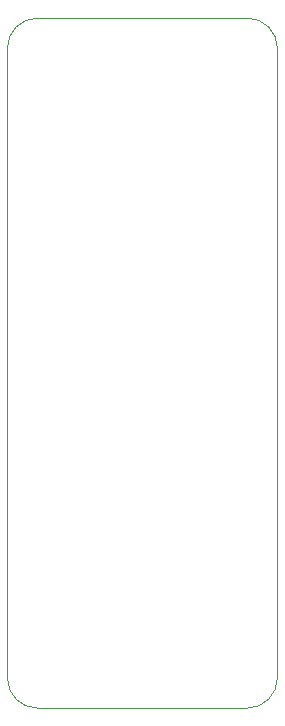
<source format=gko>
%TF.GenerationSoftware,KiCad,Pcbnew,7.0.6*%
%TF.CreationDate,2023-12-06T13:06:40-07:00*%
%TF.ProjectId,SparkFun_Thing_Plus_ESP32-S3,53706172-6b46-4756-9e5f-5468696e675f,rev?*%
%TF.SameCoordinates,Original*%
%TF.FileFunction,Soldermask,Bot*%
%TF.FilePolarity,Negative*%
%FSLAX46Y46*%
G04 Gerber Fmt 4.6, Leading zero omitted, Abs format (unit mm)*
G04 Created by KiCad (PCBNEW 7.0.6) date 2023-12-06 13:06:40*
%MOMM*%
%LPD*%
G01*
G04 APERTURE LIST*
%TA.AperFunction,Profile*%
%ADD10C,0.100000*%
%TD*%
G04 APERTURE END LIST*
D10*
X20320000Y0D02*
G75*
G03*
X22860000Y2540000I0J2540000D01*
G01*
X0Y2540000D02*
X0Y55880000D01*
X22860000Y55880000D02*
X22860000Y2540000D01*
X2540000Y58420000D02*
X20320000Y58420000D01*
X20320000Y0D02*
X2540000Y0D01*
X22860000Y55880000D02*
G75*
G03*
X20320000Y58420000I-2540000J0D01*
G01*
X0Y2540000D02*
G75*
G03*
X2540000Y0I2540000J0D01*
G01*
X2540000Y58420000D02*
G75*
G03*
X0Y55880000I0J-2540000D01*
G01*
M02*

</source>
